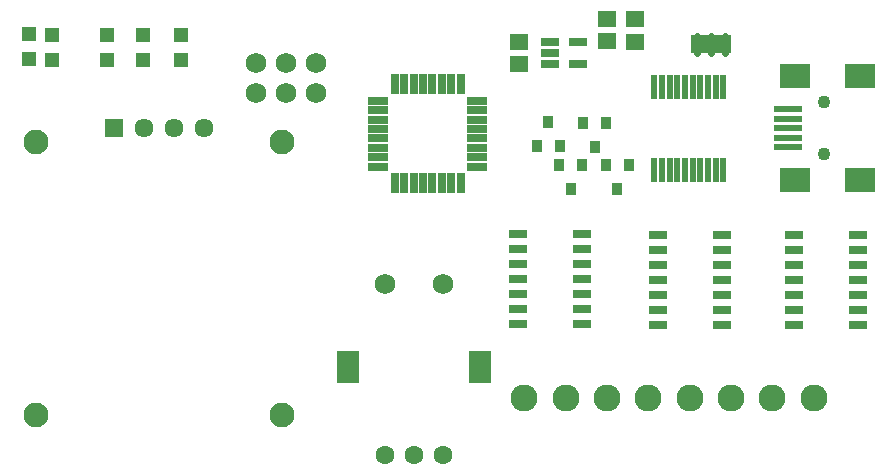
<source format=gbr>
G04 EAGLE Gerber RS-274X export*
G75*
%MOMM*%
%FSLAX34Y34*%
%LPD*%
%INSoldermask Top*%
%IPPOS*%
%AMOC8*
5,1,8,0,0,1.08239X$1,22.5*%
G01*
%ADD10R,1.601600X1.401600*%
%ADD11R,2.501600X2.101600*%
%ADD12R,2.409600X0.601600*%
%ADD13C,1.101600*%
%ADD14R,1.626600X0.751600*%
%ADD15C,1.727200*%
%ADD16C,2.286000*%
%ADD17R,1.301600X1.301600*%
%ADD18R,0.889000X0.990600*%
%ADD19R,1.609600X1.609600*%
%ADD20C,1.609600*%
%ADD21C,2.101600*%
%ADD22R,1.491600X0.681600*%
%ADD23R,0.581600X2.001600*%
%ADD24R,1.701600X0.651600*%
%ADD25R,0.651600X1.701600*%
%ADD26C,1.739900*%
%ADD27C,1.600200*%
%ADD28R,1.905000X2.692400*%
%ADD29C,0.551600*%
%ADD30R,3.495038X1.534156*%


D10*
X542600Y594100D03*
X542600Y613100D03*
X518700Y594200D03*
X518700Y613200D03*
X444500Y574700D03*
X444500Y593700D03*
D11*
X677800Y476700D03*
D12*
X672160Y504700D03*
X672160Y512700D03*
X672160Y520700D03*
X672160Y528700D03*
X672160Y536700D03*
D11*
X732800Y476700D03*
X677800Y564700D03*
X732800Y564700D03*
D13*
X702800Y498700D03*
X702800Y542700D03*
D14*
X677380Y430500D03*
X677380Y417800D03*
X677380Y405100D03*
X677380Y392400D03*
X677380Y379700D03*
X677380Y367000D03*
X677380Y354300D03*
X731620Y354300D03*
X731620Y367000D03*
X731620Y379700D03*
X731620Y392400D03*
X731620Y405100D03*
X731620Y417800D03*
X731620Y430500D03*
X562080Y430500D03*
X562080Y417800D03*
X562080Y405100D03*
X562080Y392400D03*
X562080Y379700D03*
X562080Y367000D03*
X562080Y354300D03*
X616320Y354300D03*
X616320Y367000D03*
X616320Y379700D03*
X616320Y392400D03*
X616320Y405100D03*
X616320Y417800D03*
X616320Y430500D03*
X443680Y431500D03*
X443680Y418800D03*
X443680Y406100D03*
X443680Y393400D03*
X443680Y380700D03*
X443680Y368000D03*
X443680Y355300D03*
X497920Y355300D03*
X497920Y368000D03*
X497920Y380700D03*
X497920Y393400D03*
X497920Y406100D03*
X497920Y418800D03*
X497920Y431500D03*
D15*
X247200Y550500D03*
X247200Y575900D03*
X221800Y575900D03*
X221800Y550500D03*
X272600Y550500D03*
X272600Y575900D03*
D16*
X589000Y292100D03*
X554000Y292100D03*
X519000Y292100D03*
X484000Y292100D03*
X449000Y292100D03*
X624000Y292100D03*
X659000Y292100D03*
X694000Y292100D03*
D17*
X29600Y600200D03*
X29600Y579200D03*
X48800Y599700D03*
X48800Y578700D03*
X96000Y599700D03*
X96000Y578700D03*
X126200Y599700D03*
X126200Y578700D03*
X158400Y599700D03*
X158400Y578700D03*
D18*
X537306Y489260D03*
X518002Y489260D03*
X527654Y468940D03*
X497906Y489460D03*
X478602Y489460D03*
X488254Y469140D03*
X459694Y505940D03*
X478998Y505940D03*
X469346Y526260D03*
X518106Y525460D03*
X498802Y525460D03*
X508454Y505140D03*
D19*
X101600Y520700D03*
D20*
X127000Y520700D03*
X152400Y520700D03*
X177800Y520700D03*
D21*
X35560Y509270D03*
X243840Y509270D03*
X243840Y278130D03*
X35560Y278130D03*
D22*
X470950Y593700D03*
X470950Y584200D03*
X470950Y574700D03*
X494250Y574700D03*
X494250Y593700D03*
D23*
X617450Y555550D03*
X610950Y555550D03*
X604450Y555550D03*
X597950Y555550D03*
X591450Y555550D03*
X584950Y555550D03*
X578450Y555550D03*
X571950Y555550D03*
X565450Y555550D03*
X558950Y555550D03*
X558950Y485450D03*
X565450Y485450D03*
X571950Y485450D03*
X578450Y485450D03*
X584950Y485450D03*
X591450Y485450D03*
X597950Y485450D03*
X604450Y485450D03*
X610950Y485450D03*
X617450Y485450D03*
D24*
X409000Y488000D03*
X409000Y496000D03*
X409000Y504000D03*
X409000Y512000D03*
X409000Y520000D03*
X409000Y528000D03*
X409000Y536000D03*
X409000Y544000D03*
D25*
X395200Y557800D03*
X387200Y557800D03*
X379200Y557800D03*
X371200Y557800D03*
X363200Y557800D03*
X355200Y557800D03*
X347200Y557800D03*
X339200Y557800D03*
D24*
X325400Y544000D03*
X325400Y536000D03*
X325400Y528000D03*
X325400Y520000D03*
X325400Y512000D03*
X325400Y504000D03*
X325400Y496000D03*
X325400Y488000D03*
D25*
X339200Y474200D03*
X347200Y474200D03*
X355200Y474200D03*
X363200Y474200D03*
X371200Y474200D03*
X379200Y474200D03*
X387200Y474200D03*
X395200Y474200D03*
D26*
X330708Y388620D03*
X380492Y388620D03*
D27*
X330708Y243840D03*
X355600Y243840D03*
X380492Y243840D03*
D28*
X299593Y318643D03*
X411607Y318643D03*
D29*
X618900Y584425D02*
X618900Y598975D01*
X606900Y598975D02*
X606900Y584425D01*
X594900Y584425D02*
X594900Y598975D01*
D30*
X606925Y591725D03*
M02*

</source>
